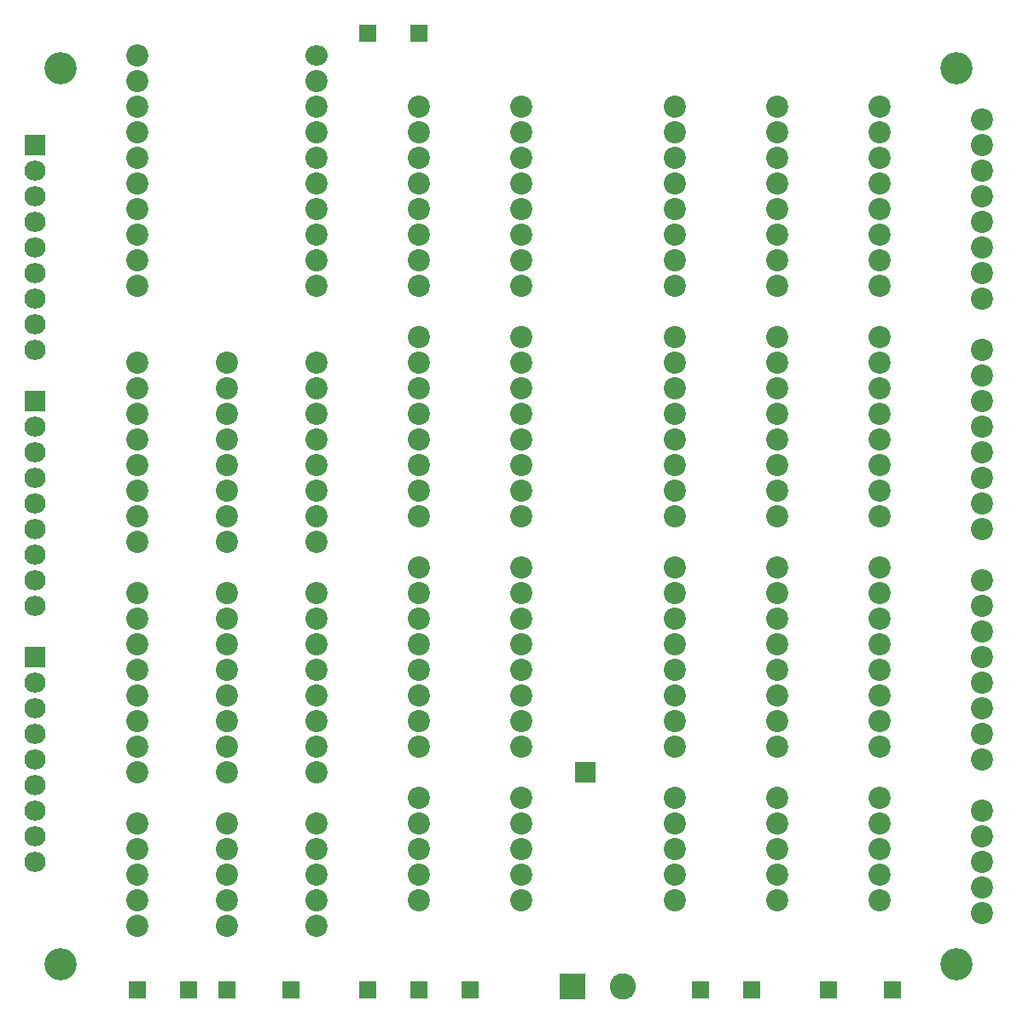
<source format=gbr>
%TF.GenerationSoftware,KiCad,Pcbnew,(5.1.8)-1*%
%TF.CreationDate,2024-08-14T23:33:12+03:00*%
%TF.ProjectId,ALU,414c552e-6b69-4636-9164-5f7063625858,rev?*%
%TF.SameCoordinates,Original*%
%TF.FileFunction,Soldermask,Top*%
%TF.FilePolarity,Negative*%
%FSLAX46Y46*%
G04 Gerber Fmt 4.6, Leading zero omitted, Abs format (unit mm)*
G04 Created by KiCad (PCBNEW (5.1.8)-1) date 2024-08-14 23:33:12*
%MOMM*%
%LPD*%
G01*
G04 APERTURE LIST*
%ADD10C,2.200000*%
%ADD11R,1.700000X1.700000*%
%ADD12O,2.200000X2.000000*%
%ADD13C,3.200000*%
%ADD14R,2.600000X2.600000*%
%ADD15C,2.600000*%
%ADD16R,2.100000X2.000000*%
%ADD17O,2.100000X2.000000*%
G04 APERTURE END LIST*
D10*
%TO.C,U9*%
X25400000Y-104140000D03*
X25400000Y-101600000D03*
X25400000Y-99060000D03*
X25400000Y-96520000D03*
X25400000Y-93980000D03*
X25400000Y-88900000D03*
X25400000Y-86360000D03*
X25400000Y-83820000D03*
X25400000Y-81280000D03*
X25400000Y-78740000D03*
X25400000Y-76200000D03*
X25400000Y-73660000D03*
X25400000Y-71120000D03*
X25400000Y-66040000D03*
X25400000Y-63500000D03*
X25400000Y-60960000D03*
X25400000Y-58420000D03*
X25400000Y-55880000D03*
X25400000Y-53340000D03*
X25400000Y-50800000D03*
X25400000Y-48260000D03*
%TD*%
D11*
%TO.C,J14*%
X53340000Y-15557500D03*
%TD*%
%TO.C,J13*%
X48260000Y-15557500D03*
%TD*%
%TO.C,J12*%
X25400000Y-110490000D03*
%TD*%
D12*
%TO.C,U10*%
X43180000Y-17780000D03*
D10*
X43180000Y-20320000D03*
X43180000Y-22860000D03*
X43180000Y-25400000D03*
X43180000Y-27940000D03*
X43180000Y-30480000D03*
X43180000Y-33020000D03*
X43180000Y-35560000D03*
X43180000Y-38100000D03*
X43180000Y-40640000D03*
X25400000Y-40640000D03*
X25400000Y-38100000D03*
X25400000Y-35560000D03*
X25400000Y-33020000D03*
X25400000Y-30480000D03*
X25400000Y-27940000D03*
X25400000Y-25400000D03*
X25400000Y-22860000D03*
X25400000Y-20320000D03*
X25400000Y-17780000D03*
%TD*%
D11*
%TO.C,J11*%
X40640000Y-110490000D03*
%TD*%
D10*
%TO.C,U8*%
X43180000Y-104140000D03*
X43180000Y-101600000D03*
X43180000Y-99060000D03*
X43180000Y-96520000D03*
X43180000Y-93980000D03*
X43180000Y-88900000D03*
X43180000Y-86360000D03*
X43180000Y-83820000D03*
X43180000Y-81280000D03*
X43180000Y-78740000D03*
X43180000Y-76200000D03*
X43180000Y-73660000D03*
X43180000Y-71120000D03*
X43180000Y-66040000D03*
X43180000Y-63500000D03*
X43180000Y-60960000D03*
X43180000Y-58420000D03*
X43180000Y-55880000D03*
X43180000Y-53340000D03*
X43180000Y-50800000D03*
X43180000Y-48260000D03*
%TD*%
D11*
%TO.C,J6*%
X30480000Y-110490000D03*
%TD*%
%TO.C,J5*%
X34290000Y-110490000D03*
%TD*%
D10*
%TO.C,U5*%
X99060000Y-101600000D03*
X99060000Y-99060000D03*
X99060000Y-96520000D03*
X99060000Y-93980000D03*
X99060000Y-91440000D03*
X99060000Y-86360000D03*
X99060000Y-83820000D03*
X99060000Y-81280000D03*
X99060000Y-78740000D03*
X99060000Y-76200000D03*
X99060000Y-73660000D03*
X99060000Y-71120000D03*
X99060000Y-68580000D03*
X99060000Y-63500000D03*
X99060000Y-60960000D03*
X99060000Y-58420000D03*
X99060000Y-55880000D03*
X99060000Y-53340000D03*
X99060000Y-50800000D03*
X99060000Y-48260000D03*
X99060000Y-45720000D03*
X99060000Y-40640000D03*
X99060000Y-38100000D03*
X99060000Y-35560000D03*
X99060000Y-33020000D03*
X99060000Y-30480000D03*
X99060000Y-27940000D03*
X99060000Y-25400000D03*
X99060000Y-22860000D03*
%TD*%
D13*
%TO.C,H1*%
X106680000Y-107950000D03*
%TD*%
%TO.C,H2*%
X17780000Y-107950000D03*
%TD*%
%TO.C,H3*%
X106680000Y-19050000D03*
%TD*%
%TO.C,H4*%
X17780000Y-19050000D03*
%TD*%
D14*
%TO.C,J7*%
X68580000Y-110172500D03*
D15*
X73580000Y-110172500D03*
%TD*%
D10*
%TO.C,U1*%
X53340000Y-22860000D03*
X53340000Y-25400000D03*
X53340000Y-27940000D03*
X53340000Y-30480000D03*
X53340000Y-33020000D03*
X53340000Y-35560000D03*
X53340000Y-38100000D03*
X53340000Y-40640000D03*
X53340000Y-45720000D03*
X53340000Y-48260000D03*
X53340000Y-50800000D03*
X53340000Y-53340000D03*
X53340000Y-55880000D03*
X53340000Y-58420000D03*
X53340000Y-60960000D03*
X53340000Y-63500000D03*
X53340000Y-68580000D03*
X53340000Y-71120000D03*
X53340000Y-73660000D03*
X53340000Y-76200000D03*
X53340000Y-78740000D03*
X53340000Y-81280000D03*
X53340000Y-83820000D03*
X53340000Y-86360000D03*
X53340000Y-91440000D03*
X53340000Y-93980000D03*
X53340000Y-96520000D03*
X53340000Y-99060000D03*
X53340000Y-101600000D03*
%TD*%
%TO.C,U2*%
X63500000Y-101600000D03*
X63500000Y-99060000D03*
X63500000Y-96520000D03*
X63500000Y-93980000D03*
X63500000Y-91440000D03*
X63500000Y-86360000D03*
X63500000Y-83820000D03*
X63500000Y-81280000D03*
X63500000Y-78740000D03*
X63500000Y-76200000D03*
X63500000Y-73660000D03*
X63500000Y-71120000D03*
X63500000Y-68580000D03*
X63500000Y-63500000D03*
X63500000Y-60960000D03*
X63500000Y-58420000D03*
X63500000Y-55880000D03*
X63500000Y-53340000D03*
X63500000Y-50800000D03*
X63500000Y-48260000D03*
X63500000Y-45720000D03*
X63500000Y-40640000D03*
X63500000Y-38100000D03*
X63500000Y-35560000D03*
X63500000Y-33020000D03*
X63500000Y-30480000D03*
X63500000Y-27940000D03*
X63500000Y-25400000D03*
X63500000Y-22860000D03*
%TD*%
%TO.C,U3*%
X78740000Y-22860000D03*
X78740000Y-25400000D03*
X78740000Y-27940000D03*
X78740000Y-30480000D03*
X78740000Y-33020000D03*
X78740000Y-35560000D03*
X78740000Y-38100000D03*
X78740000Y-40640000D03*
X78740000Y-45720000D03*
X78740000Y-48260000D03*
X78740000Y-50800000D03*
X78740000Y-53340000D03*
X78740000Y-55880000D03*
X78740000Y-58420000D03*
X78740000Y-60960000D03*
X78740000Y-63500000D03*
X78740000Y-68580000D03*
X78740000Y-71120000D03*
X78740000Y-73660000D03*
X78740000Y-76200000D03*
X78740000Y-78740000D03*
X78740000Y-81280000D03*
X78740000Y-83820000D03*
X78740000Y-86360000D03*
X78740000Y-91440000D03*
X78740000Y-93980000D03*
X78740000Y-96520000D03*
X78740000Y-99060000D03*
X78740000Y-101600000D03*
%TD*%
%TO.C,U4*%
X88900000Y-22860000D03*
X88900000Y-25400000D03*
X88900000Y-27940000D03*
X88900000Y-30480000D03*
X88900000Y-33020000D03*
X88900000Y-35560000D03*
X88900000Y-38100000D03*
X88900000Y-40640000D03*
X88900000Y-45720000D03*
X88900000Y-48260000D03*
X88900000Y-50800000D03*
X88900000Y-53340000D03*
X88900000Y-55880000D03*
X88900000Y-58420000D03*
X88900000Y-60960000D03*
X88900000Y-63500000D03*
X88900000Y-68580000D03*
X88900000Y-71120000D03*
X88900000Y-73660000D03*
X88900000Y-76200000D03*
X88900000Y-78740000D03*
X88900000Y-81280000D03*
X88900000Y-83820000D03*
X88900000Y-86360000D03*
X88900000Y-91440000D03*
X88900000Y-93980000D03*
X88900000Y-96520000D03*
X88900000Y-99060000D03*
X88900000Y-101600000D03*
%TD*%
D16*
%TO.C,J4*%
X69850000Y-88900000D03*
%TD*%
D11*
%TO.C,J25*%
X100330000Y-110490000D03*
%TD*%
%TO.C,J26*%
X86360000Y-110490000D03*
%TD*%
%TO.C,J27*%
X81280000Y-110490000D03*
%TD*%
%TO.C,J28*%
X58420000Y-110490000D03*
%TD*%
%TO.C,J30*%
X53340000Y-110490000D03*
%TD*%
%TO.C,J31*%
X48260000Y-110490000D03*
%TD*%
%TO.C,J41*%
X93980000Y-110490000D03*
%TD*%
D10*
%TO.C,U6*%
X109220000Y-102870000D03*
X109220000Y-100330000D03*
X109220000Y-97790000D03*
X109220000Y-95250000D03*
X109220000Y-92710000D03*
X109220000Y-87630000D03*
X109220000Y-85090000D03*
X109220000Y-82550000D03*
X109220000Y-80010000D03*
X109220000Y-77470000D03*
X109220000Y-74930000D03*
X109220000Y-72390000D03*
X109220000Y-69850000D03*
X109220000Y-64770000D03*
X109220000Y-62230000D03*
X109220000Y-59690000D03*
X109220000Y-57150000D03*
X109220000Y-54610000D03*
X109220000Y-52070000D03*
X109220000Y-49530000D03*
X109220000Y-46990000D03*
X109220000Y-41910000D03*
X109220000Y-39370000D03*
X109220000Y-36830000D03*
X109220000Y-34290000D03*
X109220000Y-31750000D03*
X109220000Y-29210000D03*
X109220000Y-26670000D03*
X109220000Y-24130000D03*
%TD*%
%TO.C,U7*%
X34290000Y-48260000D03*
X34290000Y-50800000D03*
X34290000Y-53340000D03*
X34290000Y-55880000D03*
X34290000Y-58420000D03*
X34290000Y-60960000D03*
X34290000Y-63500000D03*
X34290000Y-66040000D03*
X34290000Y-71120000D03*
X34290000Y-73660000D03*
X34290000Y-76200000D03*
X34290000Y-78740000D03*
X34290000Y-81280000D03*
X34290000Y-83820000D03*
X34290000Y-86360000D03*
X34290000Y-88900000D03*
X34290000Y-93980000D03*
X34290000Y-96520000D03*
X34290000Y-99060000D03*
X34290000Y-101600000D03*
X34290000Y-104140000D03*
%TD*%
D16*
%TO.C,J1*%
X15240000Y-26670000D03*
D17*
X15240000Y-29210000D03*
X15240000Y-31750000D03*
X15240000Y-34290000D03*
X15240000Y-36830000D03*
X15240000Y-39370000D03*
X15240000Y-41910000D03*
X15240000Y-44450000D03*
X15240000Y-46990000D03*
%TD*%
%TO.C,J2*%
X15240000Y-72390000D03*
X15240000Y-69850000D03*
X15240000Y-67310000D03*
X15240000Y-64770000D03*
X15240000Y-62230000D03*
X15240000Y-59690000D03*
X15240000Y-57150000D03*
X15240000Y-54610000D03*
D16*
X15240000Y-52070000D03*
%TD*%
%TO.C,J3*%
X15240000Y-77470000D03*
D17*
X15240000Y-80010000D03*
X15240000Y-82550000D03*
X15240000Y-85090000D03*
X15240000Y-87630000D03*
X15240000Y-90170000D03*
X15240000Y-92710000D03*
X15240000Y-95250000D03*
X15240000Y-97790000D03*
%TD*%
M02*

</source>
